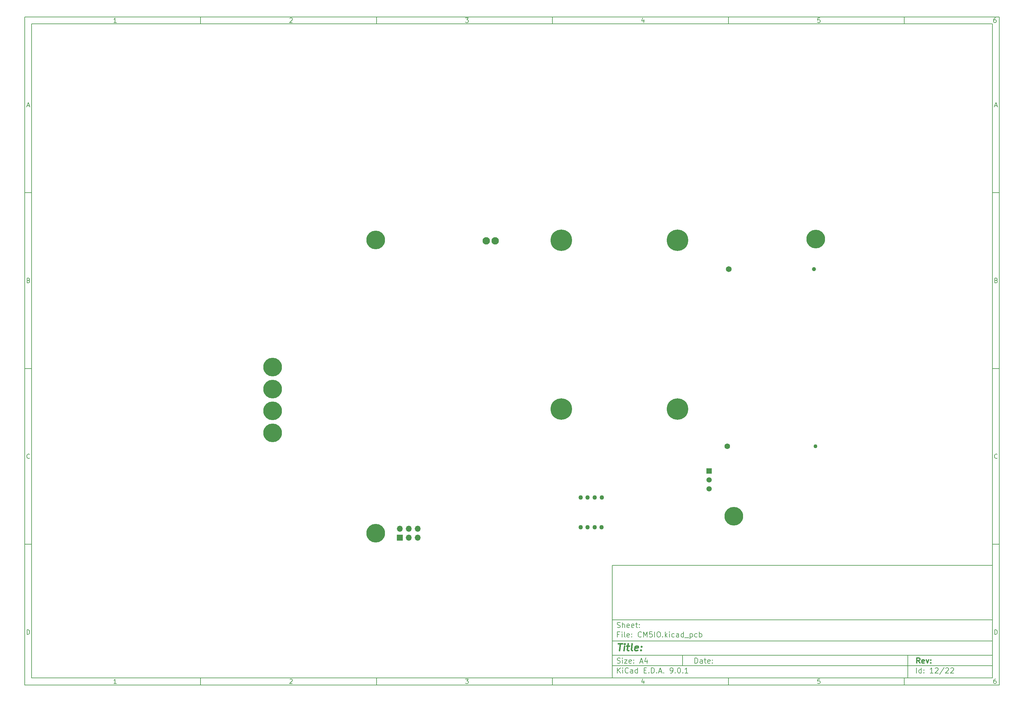
<source format=gbs>
G04 #@! TF.GenerationSoftware,KiCad,Pcbnew,9.0.1*
G04 #@! TF.CreationDate,2025-04-26T19:09:57-05:00*
G04 #@! TF.ProjectId,CM5IO,434d3549-4f2e-46b6-9963-61645f706362,rev?*
G04 #@! TF.SameCoordinates,Original*
G04 #@! TF.FileFunction,Soldermask,Bot*
G04 #@! TF.FilePolarity,Negative*
%FSLAX46Y46*%
G04 Gerber Fmt 4.6, Leading zero omitted, Abs format (unit mm)*
G04 Created by KiCad (PCBNEW 9.0.1) date 2025-04-26 19:09:57*
%MOMM*%
%LPD*%
G01*
G04 APERTURE LIST*
%ADD10C,0.100000*%
%ADD11C,0.150000*%
%ADD12C,0.300000*%
%ADD13C,0.400000*%
%ADD14C,1.150000*%
%ADD15C,1.650000*%
%ADD16C,1.100000*%
%ADD17C,1.600000*%
%ADD18C,5.300000*%
%ADD19C,2.100000*%
%ADD20R,1.700000X1.700000*%
%ADD21O,1.700000X1.700000*%
%ADD22R,1.500000X1.500000*%
%ADD23C,1.500000*%
%ADD24C,6.100000*%
%ADD25C,1.270000*%
G04 APERTURE END LIST*
D10*
D11*
X177002200Y-166007200D02*
X285002200Y-166007200D01*
X285002200Y-198007200D01*
X177002200Y-198007200D01*
X177002200Y-166007200D01*
D10*
D11*
X10000000Y-10000000D02*
X287002200Y-10000000D01*
X287002200Y-200007200D01*
X10000000Y-200007200D01*
X10000000Y-10000000D01*
D10*
D11*
X12000000Y-12000000D02*
X285002200Y-12000000D01*
X285002200Y-198007200D01*
X12000000Y-198007200D01*
X12000000Y-12000000D01*
D10*
D11*
X60000000Y-12000000D02*
X60000000Y-10000000D01*
D10*
D11*
X110000000Y-12000000D02*
X110000000Y-10000000D01*
D10*
D11*
X160000000Y-12000000D02*
X160000000Y-10000000D01*
D10*
D11*
X210000000Y-12000000D02*
X210000000Y-10000000D01*
D10*
D11*
X260000000Y-12000000D02*
X260000000Y-10000000D01*
D10*
D11*
X36089160Y-11593604D02*
X35346303Y-11593604D01*
X35717731Y-11593604D02*
X35717731Y-10293604D01*
X35717731Y-10293604D02*
X35593922Y-10479319D01*
X35593922Y-10479319D02*
X35470112Y-10603128D01*
X35470112Y-10603128D02*
X35346303Y-10665033D01*
D10*
D11*
X85346303Y-10417414D02*
X85408207Y-10355509D01*
X85408207Y-10355509D02*
X85532017Y-10293604D01*
X85532017Y-10293604D02*
X85841541Y-10293604D01*
X85841541Y-10293604D02*
X85965350Y-10355509D01*
X85965350Y-10355509D02*
X86027255Y-10417414D01*
X86027255Y-10417414D02*
X86089160Y-10541223D01*
X86089160Y-10541223D02*
X86089160Y-10665033D01*
X86089160Y-10665033D02*
X86027255Y-10850747D01*
X86027255Y-10850747D02*
X85284398Y-11593604D01*
X85284398Y-11593604D02*
X86089160Y-11593604D01*
D10*
D11*
X135284398Y-10293604D02*
X136089160Y-10293604D01*
X136089160Y-10293604D02*
X135655826Y-10788842D01*
X135655826Y-10788842D02*
X135841541Y-10788842D01*
X135841541Y-10788842D02*
X135965350Y-10850747D01*
X135965350Y-10850747D02*
X136027255Y-10912652D01*
X136027255Y-10912652D02*
X136089160Y-11036461D01*
X136089160Y-11036461D02*
X136089160Y-11345985D01*
X136089160Y-11345985D02*
X136027255Y-11469795D01*
X136027255Y-11469795D02*
X135965350Y-11531700D01*
X135965350Y-11531700D02*
X135841541Y-11593604D01*
X135841541Y-11593604D02*
X135470112Y-11593604D01*
X135470112Y-11593604D02*
X135346303Y-11531700D01*
X135346303Y-11531700D02*
X135284398Y-11469795D01*
D10*
D11*
X185965350Y-10726938D02*
X185965350Y-11593604D01*
X185655826Y-10231700D02*
X185346303Y-11160271D01*
X185346303Y-11160271D02*
X186151064Y-11160271D01*
D10*
D11*
X236027255Y-10293604D02*
X235408207Y-10293604D01*
X235408207Y-10293604D02*
X235346303Y-10912652D01*
X235346303Y-10912652D02*
X235408207Y-10850747D01*
X235408207Y-10850747D02*
X235532017Y-10788842D01*
X235532017Y-10788842D02*
X235841541Y-10788842D01*
X235841541Y-10788842D02*
X235965350Y-10850747D01*
X235965350Y-10850747D02*
X236027255Y-10912652D01*
X236027255Y-10912652D02*
X236089160Y-11036461D01*
X236089160Y-11036461D02*
X236089160Y-11345985D01*
X236089160Y-11345985D02*
X236027255Y-11469795D01*
X236027255Y-11469795D02*
X235965350Y-11531700D01*
X235965350Y-11531700D02*
X235841541Y-11593604D01*
X235841541Y-11593604D02*
X235532017Y-11593604D01*
X235532017Y-11593604D02*
X235408207Y-11531700D01*
X235408207Y-11531700D02*
X235346303Y-11469795D01*
D10*
D11*
X285965350Y-10293604D02*
X285717731Y-10293604D01*
X285717731Y-10293604D02*
X285593922Y-10355509D01*
X285593922Y-10355509D02*
X285532017Y-10417414D01*
X285532017Y-10417414D02*
X285408207Y-10603128D01*
X285408207Y-10603128D02*
X285346303Y-10850747D01*
X285346303Y-10850747D02*
X285346303Y-11345985D01*
X285346303Y-11345985D02*
X285408207Y-11469795D01*
X285408207Y-11469795D02*
X285470112Y-11531700D01*
X285470112Y-11531700D02*
X285593922Y-11593604D01*
X285593922Y-11593604D02*
X285841541Y-11593604D01*
X285841541Y-11593604D02*
X285965350Y-11531700D01*
X285965350Y-11531700D02*
X286027255Y-11469795D01*
X286027255Y-11469795D02*
X286089160Y-11345985D01*
X286089160Y-11345985D02*
X286089160Y-11036461D01*
X286089160Y-11036461D02*
X286027255Y-10912652D01*
X286027255Y-10912652D02*
X285965350Y-10850747D01*
X285965350Y-10850747D02*
X285841541Y-10788842D01*
X285841541Y-10788842D02*
X285593922Y-10788842D01*
X285593922Y-10788842D02*
X285470112Y-10850747D01*
X285470112Y-10850747D02*
X285408207Y-10912652D01*
X285408207Y-10912652D02*
X285346303Y-11036461D01*
D10*
D11*
X60000000Y-198007200D02*
X60000000Y-200007200D01*
D10*
D11*
X110000000Y-198007200D02*
X110000000Y-200007200D01*
D10*
D11*
X160000000Y-198007200D02*
X160000000Y-200007200D01*
D10*
D11*
X210000000Y-198007200D02*
X210000000Y-200007200D01*
D10*
D11*
X260000000Y-198007200D02*
X260000000Y-200007200D01*
D10*
D11*
X36089160Y-199600804D02*
X35346303Y-199600804D01*
X35717731Y-199600804D02*
X35717731Y-198300804D01*
X35717731Y-198300804D02*
X35593922Y-198486519D01*
X35593922Y-198486519D02*
X35470112Y-198610328D01*
X35470112Y-198610328D02*
X35346303Y-198672233D01*
D10*
D11*
X85346303Y-198424614D02*
X85408207Y-198362709D01*
X85408207Y-198362709D02*
X85532017Y-198300804D01*
X85532017Y-198300804D02*
X85841541Y-198300804D01*
X85841541Y-198300804D02*
X85965350Y-198362709D01*
X85965350Y-198362709D02*
X86027255Y-198424614D01*
X86027255Y-198424614D02*
X86089160Y-198548423D01*
X86089160Y-198548423D02*
X86089160Y-198672233D01*
X86089160Y-198672233D02*
X86027255Y-198857947D01*
X86027255Y-198857947D02*
X85284398Y-199600804D01*
X85284398Y-199600804D02*
X86089160Y-199600804D01*
D10*
D11*
X135284398Y-198300804D02*
X136089160Y-198300804D01*
X136089160Y-198300804D02*
X135655826Y-198796042D01*
X135655826Y-198796042D02*
X135841541Y-198796042D01*
X135841541Y-198796042D02*
X135965350Y-198857947D01*
X135965350Y-198857947D02*
X136027255Y-198919852D01*
X136027255Y-198919852D02*
X136089160Y-199043661D01*
X136089160Y-199043661D02*
X136089160Y-199353185D01*
X136089160Y-199353185D02*
X136027255Y-199476995D01*
X136027255Y-199476995D02*
X135965350Y-199538900D01*
X135965350Y-199538900D02*
X135841541Y-199600804D01*
X135841541Y-199600804D02*
X135470112Y-199600804D01*
X135470112Y-199600804D02*
X135346303Y-199538900D01*
X135346303Y-199538900D02*
X135284398Y-199476995D01*
D10*
D11*
X185965350Y-198734138D02*
X185965350Y-199600804D01*
X185655826Y-198238900D02*
X185346303Y-199167471D01*
X185346303Y-199167471D02*
X186151064Y-199167471D01*
D10*
D11*
X236027255Y-198300804D02*
X235408207Y-198300804D01*
X235408207Y-198300804D02*
X235346303Y-198919852D01*
X235346303Y-198919852D02*
X235408207Y-198857947D01*
X235408207Y-198857947D02*
X235532017Y-198796042D01*
X235532017Y-198796042D02*
X235841541Y-198796042D01*
X235841541Y-198796042D02*
X235965350Y-198857947D01*
X235965350Y-198857947D02*
X236027255Y-198919852D01*
X236027255Y-198919852D02*
X236089160Y-199043661D01*
X236089160Y-199043661D02*
X236089160Y-199353185D01*
X236089160Y-199353185D02*
X236027255Y-199476995D01*
X236027255Y-199476995D02*
X235965350Y-199538900D01*
X235965350Y-199538900D02*
X235841541Y-199600804D01*
X235841541Y-199600804D02*
X235532017Y-199600804D01*
X235532017Y-199600804D02*
X235408207Y-199538900D01*
X235408207Y-199538900D02*
X235346303Y-199476995D01*
D10*
D11*
X285965350Y-198300804D02*
X285717731Y-198300804D01*
X285717731Y-198300804D02*
X285593922Y-198362709D01*
X285593922Y-198362709D02*
X285532017Y-198424614D01*
X285532017Y-198424614D02*
X285408207Y-198610328D01*
X285408207Y-198610328D02*
X285346303Y-198857947D01*
X285346303Y-198857947D02*
X285346303Y-199353185D01*
X285346303Y-199353185D02*
X285408207Y-199476995D01*
X285408207Y-199476995D02*
X285470112Y-199538900D01*
X285470112Y-199538900D02*
X285593922Y-199600804D01*
X285593922Y-199600804D02*
X285841541Y-199600804D01*
X285841541Y-199600804D02*
X285965350Y-199538900D01*
X285965350Y-199538900D02*
X286027255Y-199476995D01*
X286027255Y-199476995D02*
X286089160Y-199353185D01*
X286089160Y-199353185D02*
X286089160Y-199043661D01*
X286089160Y-199043661D02*
X286027255Y-198919852D01*
X286027255Y-198919852D02*
X285965350Y-198857947D01*
X285965350Y-198857947D02*
X285841541Y-198796042D01*
X285841541Y-198796042D02*
X285593922Y-198796042D01*
X285593922Y-198796042D02*
X285470112Y-198857947D01*
X285470112Y-198857947D02*
X285408207Y-198919852D01*
X285408207Y-198919852D02*
X285346303Y-199043661D01*
D10*
D11*
X10000000Y-60000000D02*
X12000000Y-60000000D01*
D10*
D11*
X10000000Y-110000000D02*
X12000000Y-110000000D01*
D10*
D11*
X10000000Y-160000000D02*
X12000000Y-160000000D01*
D10*
D11*
X10690476Y-35222176D02*
X11309523Y-35222176D01*
X10566666Y-35593604D02*
X10999999Y-34293604D01*
X10999999Y-34293604D02*
X11433333Y-35593604D01*
D10*
D11*
X11092857Y-84912652D02*
X11278571Y-84974557D01*
X11278571Y-84974557D02*
X11340476Y-85036461D01*
X11340476Y-85036461D02*
X11402380Y-85160271D01*
X11402380Y-85160271D02*
X11402380Y-85345985D01*
X11402380Y-85345985D02*
X11340476Y-85469795D01*
X11340476Y-85469795D02*
X11278571Y-85531700D01*
X11278571Y-85531700D02*
X11154761Y-85593604D01*
X11154761Y-85593604D02*
X10659523Y-85593604D01*
X10659523Y-85593604D02*
X10659523Y-84293604D01*
X10659523Y-84293604D02*
X11092857Y-84293604D01*
X11092857Y-84293604D02*
X11216666Y-84355509D01*
X11216666Y-84355509D02*
X11278571Y-84417414D01*
X11278571Y-84417414D02*
X11340476Y-84541223D01*
X11340476Y-84541223D02*
X11340476Y-84665033D01*
X11340476Y-84665033D02*
X11278571Y-84788842D01*
X11278571Y-84788842D02*
X11216666Y-84850747D01*
X11216666Y-84850747D02*
X11092857Y-84912652D01*
X11092857Y-84912652D02*
X10659523Y-84912652D01*
D10*
D11*
X11402380Y-135469795D02*
X11340476Y-135531700D01*
X11340476Y-135531700D02*
X11154761Y-135593604D01*
X11154761Y-135593604D02*
X11030952Y-135593604D01*
X11030952Y-135593604D02*
X10845238Y-135531700D01*
X10845238Y-135531700D02*
X10721428Y-135407890D01*
X10721428Y-135407890D02*
X10659523Y-135284080D01*
X10659523Y-135284080D02*
X10597619Y-135036461D01*
X10597619Y-135036461D02*
X10597619Y-134850747D01*
X10597619Y-134850747D02*
X10659523Y-134603128D01*
X10659523Y-134603128D02*
X10721428Y-134479319D01*
X10721428Y-134479319D02*
X10845238Y-134355509D01*
X10845238Y-134355509D02*
X11030952Y-134293604D01*
X11030952Y-134293604D02*
X11154761Y-134293604D01*
X11154761Y-134293604D02*
X11340476Y-134355509D01*
X11340476Y-134355509D02*
X11402380Y-134417414D01*
D10*
D11*
X10659523Y-185593604D02*
X10659523Y-184293604D01*
X10659523Y-184293604D02*
X10969047Y-184293604D01*
X10969047Y-184293604D02*
X11154761Y-184355509D01*
X11154761Y-184355509D02*
X11278571Y-184479319D01*
X11278571Y-184479319D02*
X11340476Y-184603128D01*
X11340476Y-184603128D02*
X11402380Y-184850747D01*
X11402380Y-184850747D02*
X11402380Y-185036461D01*
X11402380Y-185036461D02*
X11340476Y-185284080D01*
X11340476Y-185284080D02*
X11278571Y-185407890D01*
X11278571Y-185407890D02*
X11154761Y-185531700D01*
X11154761Y-185531700D02*
X10969047Y-185593604D01*
X10969047Y-185593604D02*
X10659523Y-185593604D01*
D10*
D11*
X287002200Y-60000000D02*
X285002200Y-60000000D01*
D10*
D11*
X287002200Y-110000000D02*
X285002200Y-110000000D01*
D10*
D11*
X287002200Y-160000000D02*
X285002200Y-160000000D01*
D10*
D11*
X285692676Y-35222176D02*
X286311723Y-35222176D01*
X285568866Y-35593604D02*
X286002199Y-34293604D01*
X286002199Y-34293604D02*
X286435533Y-35593604D01*
D10*
D11*
X286095057Y-84912652D02*
X286280771Y-84974557D01*
X286280771Y-84974557D02*
X286342676Y-85036461D01*
X286342676Y-85036461D02*
X286404580Y-85160271D01*
X286404580Y-85160271D02*
X286404580Y-85345985D01*
X286404580Y-85345985D02*
X286342676Y-85469795D01*
X286342676Y-85469795D02*
X286280771Y-85531700D01*
X286280771Y-85531700D02*
X286156961Y-85593604D01*
X286156961Y-85593604D02*
X285661723Y-85593604D01*
X285661723Y-85593604D02*
X285661723Y-84293604D01*
X285661723Y-84293604D02*
X286095057Y-84293604D01*
X286095057Y-84293604D02*
X286218866Y-84355509D01*
X286218866Y-84355509D02*
X286280771Y-84417414D01*
X286280771Y-84417414D02*
X286342676Y-84541223D01*
X286342676Y-84541223D02*
X286342676Y-84665033D01*
X286342676Y-84665033D02*
X286280771Y-84788842D01*
X286280771Y-84788842D02*
X286218866Y-84850747D01*
X286218866Y-84850747D02*
X286095057Y-84912652D01*
X286095057Y-84912652D02*
X285661723Y-84912652D01*
D10*
D11*
X286404580Y-135469795D02*
X286342676Y-135531700D01*
X286342676Y-135531700D02*
X286156961Y-135593604D01*
X286156961Y-135593604D02*
X286033152Y-135593604D01*
X286033152Y-135593604D02*
X285847438Y-135531700D01*
X285847438Y-135531700D02*
X285723628Y-135407890D01*
X285723628Y-135407890D02*
X285661723Y-135284080D01*
X285661723Y-135284080D02*
X285599819Y-135036461D01*
X285599819Y-135036461D02*
X285599819Y-134850747D01*
X285599819Y-134850747D02*
X285661723Y-134603128D01*
X285661723Y-134603128D02*
X285723628Y-134479319D01*
X285723628Y-134479319D02*
X285847438Y-134355509D01*
X285847438Y-134355509D02*
X286033152Y-134293604D01*
X286033152Y-134293604D02*
X286156961Y-134293604D01*
X286156961Y-134293604D02*
X286342676Y-134355509D01*
X286342676Y-134355509D02*
X286404580Y-134417414D01*
D10*
D11*
X285661723Y-185593604D02*
X285661723Y-184293604D01*
X285661723Y-184293604D02*
X285971247Y-184293604D01*
X285971247Y-184293604D02*
X286156961Y-184355509D01*
X286156961Y-184355509D02*
X286280771Y-184479319D01*
X286280771Y-184479319D02*
X286342676Y-184603128D01*
X286342676Y-184603128D02*
X286404580Y-184850747D01*
X286404580Y-184850747D02*
X286404580Y-185036461D01*
X286404580Y-185036461D02*
X286342676Y-185284080D01*
X286342676Y-185284080D02*
X286280771Y-185407890D01*
X286280771Y-185407890D02*
X286156961Y-185531700D01*
X286156961Y-185531700D02*
X285971247Y-185593604D01*
X285971247Y-185593604D02*
X285661723Y-185593604D01*
D10*
D11*
X200458026Y-193793328D02*
X200458026Y-192293328D01*
X200458026Y-192293328D02*
X200815169Y-192293328D01*
X200815169Y-192293328D02*
X201029455Y-192364757D01*
X201029455Y-192364757D02*
X201172312Y-192507614D01*
X201172312Y-192507614D02*
X201243741Y-192650471D01*
X201243741Y-192650471D02*
X201315169Y-192936185D01*
X201315169Y-192936185D02*
X201315169Y-193150471D01*
X201315169Y-193150471D02*
X201243741Y-193436185D01*
X201243741Y-193436185D02*
X201172312Y-193579042D01*
X201172312Y-193579042D02*
X201029455Y-193721900D01*
X201029455Y-193721900D02*
X200815169Y-193793328D01*
X200815169Y-193793328D02*
X200458026Y-193793328D01*
X202600884Y-193793328D02*
X202600884Y-193007614D01*
X202600884Y-193007614D02*
X202529455Y-192864757D01*
X202529455Y-192864757D02*
X202386598Y-192793328D01*
X202386598Y-192793328D02*
X202100884Y-192793328D01*
X202100884Y-192793328D02*
X201958026Y-192864757D01*
X202600884Y-193721900D02*
X202458026Y-193793328D01*
X202458026Y-193793328D02*
X202100884Y-193793328D01*
X202100884Y-193793328D02*
X201958026Y-193721900D01*
X201958026Y-193721900D02*
X201886598Y-193579042D01*
X201886598Y-193579042D02*
X201886598Y-193436185D01*
X201886598Y-193436185D02*
X201958026Y-193293328D01*
X201958026Y-193293328D02*
X202100884Y-193221900D01*
X202100884Y-193221900D02*
X202458026Y-193221900D01*
X202458026Y-193221900D02*
X202600884Y-193150471D01*
X203100884Y-192793328D02*
X203672312Y-192793328D01*
X203315169Y-192293328D02*
X203315169Y-193579042D01*
X203315169Y-193579042D02*
X203386598Y-193721900D01*
X203386598Y-193721900D02*
X203529455Y-193793328D01*
X203529455Y-193793328D02*
X203672312Y-193793328D01*
X204743741Y-193721900D02*
X204600884Y-193793328D01*
X204600884Y-193793328D02*
X204315170Y-193793328D01*
X204315170Y-193793328D02*
X204172312Y-193721900D01*
X204172312Y-193721900D02*
X204100884Y-193579042D01*
X204100884Y-193579042D02*
X204100884Y-193007614D01*
X204100884Y-193007614D02*
X204172312Y-192864757D01*
X204172312Y-192864757D02*
X204315170Y-192793328D01*
X204315170Y-192793328D02*
X204600884Y-192793328D01*
X204600884Y-192793328D02*
X204743741Y-192864757D01*
X204743741Y-192864757D02*
X204815170Y-193007614D01*
X204815170Y-193007614D02*
X204815170Y-193150471D01*
X204815170Y-193150471D02*
X204100884Y-193293328D01*
X205458026Y-193650471D02*
X205529455Y-193721900D01*
X205529455Y-193721900D02*
X205458026Y-193793328D01*
X205458026Y-193793328D02*
X205386598Y-193721900D01*
X205386598Y-193721900D02*
X205458026Y-193650471D01*
X205458026Y-193650471D02*
X205458026Y-193793328D01*
X205458026Y-192864757D02*
X205529455Y-192936185D01*
X205529455Y-192936185D02*
X205458026Y-193007614D01*
X205458026Y-193007614D02*
X205386598Y-192936185D01*
X205386598Y-192936185D02*
X205458026Y-192864757D01*
X205458026Y-192864757D02*
X205458026Y-193007614D01*
D10*
D11*
X177002200Y-194507200D02*
X285002200Y-194507200D01*
D10*
D11*
X178458026Y-196593328D02*
X178458026Y-195093328D01*
X179315169Y-196593328D02*
X178672312Y-195736185D01*
X179315169Y-195093328D02*
X178458026Y-195950471D01*
X179958026Y-196593328D02*
X179958026Y-195593328D01*
X179958026Y-195093328D02*
X179886598Y-195164757D01*
X179886598Y-195164757D02*
X179958026Y-195236185D01*
X179958026Y-195236185D02*
X180029455Y-195164757D01*
X180029455Y-195164757D02*
X179958026Y-195093328D01*
X179958026Y-195093328D02*
X179958026Y-195236185D01*
X181529455Y-196450471D02*
X181458027Y-196521900D01*
X181458027Y-196521900D02*
X181243741Y-196593328D01*
X181243741Y-196593328D02*
X181100884Y-196593328D01*
X181100884Y-196593328D02*
X180886598Y-196521900D01*
X180886598Y-196521900D02*
X180743741Y-196379042D01*
X180743741Y-196379042D02*
X180672312Y-196236185D01*
X180672312Y-196236185D02*
X180600884Y-195950471D01*
X180600884Y-195950471D02*
X180600884Y-195736185D01*
X180600884Y-195736185D02*
X180672312Y-195450471D01*
X180672312Y-195450471D02*
X180743741Y-195307614D01*
X180743741Y-195307614D02*
X180886598Y-195164757D01*
X180886598Y-195164757D02*
X181100884Y-195093328D01*
X181100884Y-195093328D02*
X181243741Y-195093328D01*
X181243741Y-195093328D02*
X181458027Y-195164757D01*
X181458027Y-195164757D02*
X181529455Y-195236185D01*
X182815170Y-196593328D02*
X182815170Y-195807614D01*
X182815170Y-195807614D02*
X182743741Y-195664757D01*
X182743741Y-195664757D02*
X182600884Y-195593328D01*
X182600884Y-195593328D02*
X182315170Y-195593328D01*
X182315170Y-195593328D02*
X182172312Y-195664757D01*
X182815170Y-196521900D02*
X182672312Y-196593328D01*
X182672312Y-196593328D02*
X182315170Y-196593328D01*
X182315170Y-196593328D02*
X182172312Y-196521900D01*
X182172312Y-196521900D02*
X182100884Y-196379042D01*
X182100884Y-196379042D02*
X182100884Y-196236185D01*
X182100884Y-196236185D02*
X182172312Y-196093328D01*
X182172312Y-196093328D02*
X182315170Y-196021900D01*
X182315170Y-196021900D02*
X182672312Y-196021900D01*
X182672312Y-196021900D02*
X182815170Y-195950471D01*
X184172313Y-196593328D02*
X184172313Y-195093328D01*
X184172313Y-196521900D02*
X184029455Y-196593328D01*
X184029455Y-196593328D02*
X183743741Y-196593328D01*
X183743741Y-196593328D02*
X183600884Y-196521900D01*
X183600884Y-196521900D02*
X183529455Y-196450471D01*
X183529455Y-196450471D02*
X183458027Y-196307614D01*
X183458027Y-196307614D02*
X183458027Y-195879042D01*
X183458027Y-195879042D02*
X183529455Y-195736185D01*
X183529455Y-195736185D02*
X183600884Y-195664757D01*
X183600884Y-195664757D02*
X183743741Y-195593328D01*
X183743741Y-195593328D02*
X184029455Y-195593328D01*
X184029455Y-195593328D02*
X184172313Y-195664757D01*
X186029455Y-195807614D02*
X186529455Y-195807614D01*
X186743741Y-196593328D02*
X186029455Y-196593328D01*
X186029455Y-196593328D02*
X186029455Y-195093328D01*
X186029455Y-195093328D02*
X186743741Y-195093328D01*
X187386598Y-196450471D02*
X187458027Y-196521900D01*
X187458027Y-196521900D02*
X187386598Y-196593328D01*
X187386598Y-196593328D02*
X187315170Y-196521900D01*
X187315170Y-196521900D02*
X187386598Y-196450471D01*
X187386598Y-196450471D02*
X187386598Y-196593328D01*
X188100884Y-196593328D02*
X188100884Y-195093328D01*
X188100884Y-195093328D02*
X188458027Y-195093328D01*
X188458027Y-195093328D02*
X188672313Y-195164757D01*
X188672313Y-195164757D02*
X188815170Y-195307614D01*
X188815170Y-195307614D02*
X188886599Y-195450471D01*
X188886599Y-195450471D02*
X188958027Y-195736185D01*
X188958027Y-195736185D02*
X188958027Y-195950471D01*
X188958027Y-195950471D02*
X188886599Y-196236185D01*
X188886599Y-196236185D02*
X188815170Y-196379042D01*
X188815170Y-196379042D02*
X188672313Y-196521900D01*
X188672313Y-196521900D02*
X188458027Y-196593328D01*
X188458027Y-196593328D02*
X188100884Y-196593328D01*
X189600884Y-196450471D02*
X189672313Y-196521900D01*
X189672313Y-196521900D02*
X189600884Y-196593328D01*
X189600884Y-196593328D02*
X189529456Y-196521900D01*
X189529456Y-196521900D02*
X189600884Y-196450471D01*
X189600884Y-196450471D02*
X189600884Y-196593328D01*
X190243742Y-196164757D02*
X190958028Y-196164757D01*
X190100885Y-196593328D02*
X190600885Y-195093328D01*
X190600885Y-195093328D02*
X191100885Y-196593328D01*
X191600884Y-196450471D02*
X191672313Y-196521900D01*
X191672313Y-196521900D02*
X191600884Y-196593328D01*
X191600884Y-196593328D02*
X191529456Y-196521900D01*
X191529456Y-196521900D02*
X191600884Y-196450471D01*
X191600884Y-196450471D02*
X191600884Y-196593328D01*
X193529456Y-196593328D02*
X193815170Y-196593328D01*
X193815170Y-196593328D02*
X193958027Y-196521900D01*
X193958027Y-196521900D02*
X194029456Y-196450471D01*
X194029456Y-196450471D02*
X194172313Y-196236185D01*
X194172313Y-196236185D02*
X194243742Y-195950471D01*
X194243742Y-195950471D02*
X194243742Y-195379042D01*
X194243742Y-195379042D02*
X194172313Y-195236185D01*
X194172313Y-195236185D02*
X194100885Y-195164757D01*
X194100885Y-195164757D02*
X193958027Y-195093328D01*
X193958027Y-195093328D02*
X193672313Y-195093328D01*
X193672313Y-195093328D02*
X193529456Y-195164757D01*
X193529456Y-195164757D02*
X193458027Y-195236185D01*
X193458027Y-195236185D02*
X193386599Y-195379042D01*
X193386599Y-195379042D02*
X193386599Y-195736185D01*
X193386599Y-195736185D02*
X193458027Y-195879042D01*
X193458027Y-195879042D02*
X193529456Y-195950471D01*
X193529456Y-195950471D02*
X193672313Y-196021900D01*
X193672313Y-196021900D02*
X193958027Y-196021900D01*
X193958027Y-196021900D02*
X194100885Y-195950471D01*
X194100885Y-195950471D02*
X194172313Y-195879042D01*
X194172313Y-195879042D02*
X194243742Y-195736185D01*
X194886598Y-196450471D02*
X194958027Y-196521900D01*
X194958027Y-196521900D02*
X194886598Y-196593328D01*
X194886598Y-196593328D02*
X194815170Y-196521900D01*
X194815170Y-196521900D02*
X194886598Y-196450471D01*
X194886598Y-196450471D02*
X194886598Y-196593328D01*
X195886599Y-195093328D02*
X196029456Y-195093328D01*
X196029456Y-195093328D02*
X196172313Y-195164757D01*
X196172313Y-195164757D02*
X196243742Y-195236185D01*
X196243742Y-195236185D02*
X196315170Y-195379042D01*
X196315170Y-195379042D02*
X196386599Y-195664757D01*
X196386599Y-195664757D02*
X196386599Y-196021900D01*
X196386599Y-196021900D02*
X196315170Y-196307614D01*
X196315170Y-196307614D02*
X196243742Y-196450471D01*
X196243742Y-196450471D02*
X196172313Y-196521900D01*
X196172313Y-196521900D02*
X196029456Y-196593328D01*
X196029456Y-196593328D02*
X195886599Y-196593328D01*
X195886599Y-196593328D02*
X195743742Y-196521900D01*
X195743742Y-196521900D02*
X195672313Y-196450471D01*
X195672313Y-196450471D02*
X195600884Y-196307614D01*
X195600884Y-196307614D02*
X195529456Y-196021900D01*
X195529456Y-196021900D02*
X195529456Y-195664757D01*
X195529456Y-195664757D02*
X195600884Y-195379042D01*
X195600884Y-195379042D02*
X195672313Y-195236185D01*
X195672313Y-195236185D02*
X195743742Y-195164757D01*
X195743742Y-195164757D02*
X195886599Y-195093328D01*
X197029455Y-196450471D02*
X197100884Y-196521900D01*
X197100884Y-196521900D02*
X197029455Y-196593328D01*
X197029455Y-196593328D02*
X196958027Y-196521900D01*
X196958027Y-196521900D02*
X197029455Y-196450471D01*
X197029455Y-196450471D02*
X197029455Y-196593328D01*
X198529456Y-196593328D02*
X197672313Y-196593328D01*
X198100884Y-196593328D02*
X198100884Y-195093328D01*
X198100884Y-195093328D02*
X197958027Y-195307614D01*
X197958027Y-195307614D02*
X197815170Y-195450471D01*
X197815170Y-195450471D02*
X197672313Y-195521900D01*
D10*
D11*
X177002200Y-191507200D02*
X285002200Y-191507200D01*
D10*
D12*
X264413853Y-193785528D02*
X263913853Y-193071242D01*
X263556710Y-193785528D02*
X263556710Y-192285528D01*
X263556710Y-192285528D02*
X264128139Y-192285528D01*
X264128139Y-192285528D02*
X264270996Y-192356957D01*
X264270996Y-192356957D02*
X264342425Y-192428385D01*
X264342425Y-192428385D02*
X264413853Y-192571242D01*
X264413853Y-192571242D02*
X264413853Y-192785528D01*
X264413853Y-192785528D02*
X264342425Y-192928385D01*
X264342425Y-192928385D02*
X264270996Y-192999814D01*
X264270996Y-192999814D02*
X264128139Y-193071242D01*
X264128139Y-193071242D02*
X263556710Y-193071242D01*
X265628139Y-193714100D02*
X265485282Y-193785528D01*
X265485282Y-193785528D02*
X265199568Y-193785528D01*
X265199568Y-193785528D02*
X265056710Y-193714100D01*
X265056710Y-193714100D02*
X264985282Y-193571242D01*
X264985282Y-193571242D02*
X264985282Y-192999814D01*
X264985282Y-192999814D02*
X265056710Y-192856957D01*
X265056710Y-192856957D02*
X265199568Y-192785528D01*
X265199568Y-192785528D02*
X265485282Y-192785528D01*
X265485282Y-192785528D02*
X265628139Y-192856957D01*
X265628139Y-192856957D02*
X265699568Y-192999814D01*
X265699568Y-192999814D02*
X265699568Y-193142671D01*
X265699568Y-193142671D02*
X264985282Y-193285528D01*
X266199567Y-192785528D02*
X266556710Y-193785528D01*
X266556710Y-193785528D02*
X266913853Y-192785528D01*
X267485281Y-193642671D02*
X267556710Y-193714100D01*
X267556710Y-193714100D02*
X267485281Y-193785528D01*
X267485281Y-193785528D02*
X267413853Y-193714100D01*
X267413853Y-193714100D02*
X267485281Y-193642671D01*
X267485281Y-193642671D02*
X267485281Y-193785528D01*
X267485281Y-192856957D02*
X267556710Y-192928385D01*
X267556710Y-192928385D02*
X267485281Y-192999814D01*
X267485281Y-192999814D02*
X267413853Y-192928385D01*
X267413853Y-192928385D02*
X267485281Y-192856957D01*
X267485281Y-192856957D02*
X267485281Y-192999814D01*
D10*
D11*
X178386598Y-193721900D02*
X178600884Y-193793328D01*
X178600884Y-193793328D02*
X178958026Y-193793328D01*
X178958026Y-193793328D02*
X179100884Y-193721900D01*
X179100884Y-193721900D02*
X179172312Y-193650471D01*
X179172312Y-193650471D02*
X179243741Y-193507614D01*
X179243741Y-193507614D02*
X179243741Y-193364757D01*
X179243741Y-193364757D02*
X179172312Y-193221900D01*
X179172312Y-193221900D02*
X179100884Y-193150471D01*
X179100884Y-193150471D02*
X178958026Y-193079042D01*
X178958026Y-193079042D02*
X178672312Y-193007614D01*
X178672312Y-193007614D02*
X178529455Y-192936185D01*
X178529455Y-192936185D02*
X178458026Y-192864757D01*
X178458026Y-192864757D02*
X178386598Y-192721900D01*
X178386598Y-192721900D02*
X178386598Y-192579042D01*
X178386598Y-192579042D02*
X178458026Y-192436185D01*
X178458026Y-192436185D02*
X178529455Y-192364757D01*
X178529455Y-192364757D02*
X178672312Y-192293328D01*
X178672312Y-192293328D02*
X179029455Y-192293328D01*
X179029455Y-192293328D02*
X179243741Y-192364757D01*
X179886597Y-193793328D02*
X179886597Y-192793328D01*
X179886597Y-192293328D02*
X179815169Y-192364757D01*
X179815169Y-192364757D02*
X179886597Y-192436185D01*
X179886597Y-192436185D02*
X179958026Y-192364757D01*
X179958026Y-192364757D02*
X179886597Y-192293328D01*
X179886597Y-192293328D02*
X179886597Y-192436185D01*
X180458026Y-192793328D02*
X181243741Y-192793328D01*
X181243741Y-192793328D02*
X180458026Y-193793328D01*
X180458026Y-193793328D02*
X181243741Y-193793328D01*
X182386598Y-193721900D02*
X182243741Y-193793328D01*
X182243741Y-193793328D02*
X181958027Y-193793328D01*
X181958027Y-193793328D02*
X181815169Y-193721900D01*
X181815169Y-193721900D02*
X181743741Y-193579042D01*
X181743741Y-193579042D02*
X181743741Y-193007614D01*
X181743741Y-193007614D02*
X181815169Y-192864757D01*
X181815169Y-192864757D02*
X181958027Y-192793328D01*
X181958027Y-192793328D02*
X182243741Y-192793328D01*
X182243741Y-192793328D02*
X182386598Y-192864757D01*
X182386598Y-192864757D02*
X182458027Y-193007614D01*
X182458027Y-193007614D02*
X182458027Y-193150471D01*
X182458027Y-193150471D02*
X181743741Y-193293328D01*
X183100883Y-193650471D02*
X183172312Y-193721900D01*
X183172312Y-193721900D02*
X183100883Y-193793328D01*
X183100883Y-193793328D02*
X183029455Y-193721900D01*
X183029455Y-193721900D02*
X183100883Y-193650471D01*
X183100883Y-193650471D02*
X183100883Y-193793328D01*
X183100883Y-192864757D02*
X183172312Y-192936185D01*
X183172312Y-192936185D02*
X183100883Y-193007614D01*
X183100883Y-193007614D02*
X183029455Y-192936185D01*
X183029455Y-192936185D02*
X183100883Y-192864757D01*
X183100883Y-192864757D02*
X183100883Y-193007614D01*
X184886598Y-193364757D02*
X185600884Y-193364757D01*
X184743741Y-193793328D02*
X185243741Y-192293328D01*
X185243741Y-192293328D02*
X185743741Y-193793328D01*
X186886598Y-192793328D02*
X186886598Y-193793328D01*
X186529455Y-192221900D02*
X186172312Y-193293328D01*
X186172312Y-193293328D02*
X187100883Y-193293328D01*
D10*
D11*
X263458026Y-196593328D02*
X263458026Y-195093328D01*
X264815170Y-196593328D02*
X264815170Y-195093328D01*
X264815170Y-196521900D02*
X264672312Y-196593328D01*
X264672312Y-196593328D02*
X264386598Y-196593328D01*
X264386598Y-196593328D02*
X264243741Y-196521900D01*
X264243741Y-196521900D02*
X264172312Y-196450471D01*
X264172312Y-196450471D02*
X264100884Y-196307614D01*
X264100884Y-196307614D02*
X264100884Y-195879042D01*
X264100884Y-195879042D02*
X264172312Y-195736185D01*
X264172312Y-195736185D02*
X264243741Y-195664757D01*
X264243741Y-195664757D02*
X264386598Y-195593328D01*
X264386598Y-195593328D02*
X264672312Y-195593328D01*
X264672312Y-195593328D02*
X264815170Y-195664757D01*
X265529455Y-196450471D02*
X265600884Y-196521900D01*
X265600884Y-196521900D02*
X265529455Y-196593328D01*
X265529455Y-196593328D02*
X265458027Y-196521900D01*
X265458027Y-196521900D02*
X265529455Y-196450471D01*
X265529455Y-196450471D02*
X265529455Y-196593328D01*
X265529455Y-195664757D02*
X265600884Y-195736185D01*
X265600884Y-195736185D02*
X265529455Y-195807614D01*
X265529455Y-195807614D02*
X265458027Y-195736185D01*
X265458027Y-195736185D02*
X265529455Y-195664757D01*
X265529455Y-195664757D02*
X265529455Y-195807614D01*
X268172313Y-196593328D02*
X267315170Y-196593328D01*
X267743741Y-196593328D02*
X267743741Y-195093328D01*
X267743741Y-195093328D02*
X267600884Y-195307614D01*
X267600884Y-195307614D02*
X267458027Y-195450471D01*
X267458027Y-195450471D02*
X267315170Y-195521900D01*
X268743741Y-195236185D02*
X268815169Y-195164757D01*
X268815169Y-195164757D02*
X268958027Y-195093328D01*
X268958027Y-195093328D02*
X269315169Y-195093328D01*
X269315169Y-195093328D02*
X269458027Y-195164757D01*
X269458027Y-195164757D02*
X269529455Y-195236185D01*
X269529455Y-195236185D02*
X269600884Y-195379042D01*
X269600884Y-195379042D02*
X269600884Y-195521900D01*
X269600884Y-195521900D02*
X269529455Y-195736185D01*
X269529455Y-195736185D02*
X268672312Y-196593328D01*
X268672312Y-196593328D02*
X269600884Y-196593328D01*
X271315169Y-195021900D02*
X270029455Y-196950471D01*
X271743741Y-195236185D02*
X271815169Y-195164757D01*
X271815169Y-195164757D02*
X271958027Y-195093328D01*
X271958027Y-195093328D02*
X272315169Y-195093328D01*
X272315169Y-195093328D02*
X272458027Y-195164757D01*
X272458027Y-195164757D02*
X272529455Y-195236185D01*
X272529455Y-195236185D02*
X272600884Y-195379042D01*
X272600884Y-195379042D02*
X272600884Y-195521900D01*
X272600884Y-195521900D02*
X272529455Y-195736185D01*
X272529455Y-195736185D02*
X271672312Y-196593328D01*
X271672312Y-196593328D02*
X272600884Y-196593328D01*
X273172312Y-195236185D02*
X273243740Y-195164757D01*
X273243740Y-195164757D02*
X273386598Y-195093328D01*
X273386598Y-195093328D02*
X273743740Y-195093328D01*
X273743740Y-195093328D02*
X273886598Y-195164757D01*
X273886598Y-195164757D02*
X273958026Y-195236185D01*
X273958026Y-195236185D02*
X274029455Y-195379042D01*
X274029455Y-195379042D02*
X274029455Y-195521900D01*
X274029455Y-195521900D02*
X273958026Y-195736185D01*
X273958026Y-195736185D02*
X273100883Y-196593328D01*
X273100883Y-196593328D02*
X274029455Y-196593328D01*
D10*
D11*
X177002200Y-187507200D02*
X285002200Y-187507200D01*
D10*
D13*
X178693928Y-188211638D02*
X179836785Y-188211638D01*
X179015357Y-190211638D02*
X179265357Y-188211638D01*
X180253452Y-190211638D02*
X180420119Y-188878304D01*
X180503452Y-188211638D02*
X180396309Y-188306876D01*
X180396309Y-188306876D02*
X180479643Y-188402114D01*
X180479643Y-188402114D02*
X180586786Y-188306876D01*
X180586786Y-188306876D02*
X180503452Y-188211638D01*
X180503452Y-188211638D02*
X180479643Y-188402114D01*
X181086786Y-188878304D02*
X181848690Y-188878304D01*
X181455833Y-188211638D02*
X181241548Y-189925923D01*
X181241548Y-189925923D02*
X181312976Y-190116400D01*
X181312976Y-190116400D02*
X181491548Y-190211638D01*
X181491548Y-190211638D02*
X181682024Y-190211638D01*
X182634405Y-190211638D02*
X182455833Y-190116400D01*
X182455833Y-190116400D02*
X182384405Y-189925923D01*
X182384405Y-189925923D02*
X182598690Y-188211638D01*
X184170119Y-190116400D02*
X183967738Y-190211638D01*
X183967738Y-190211638D02*
X183586785Y-190211638D01*
X183586785Y-190211638D02*
X183408214Y-190116400D01*
X183408214Y-190116400D02*
X183336785Y-189925923D01*
X183336785Y-189925923D02*
X183432024Y-189164019D01*
X183432024Y-189164019D02*
X183551071Y-188973542D01*
X183551071Y-188973542D02*
X183753452Y-188878304D01*
X183753452Y-188878304D02*
X184134404Y-188878304D01*
X184134404Y-188878304D02*
X184312976Y-188973542D01*
X184312976Y-188973542D02*
X184384404Y-189164019D01*
X184384404Y-189164019D02*
X184360595Y-189354495D01*
X184360595Y-189354495D02*
X183384404Y-189544971D01*
X185134405Y-190021161D02*
X185217738Y-190116400D01*
X185217738Y-190116400D02*
X185110595Y-190211638D01*
X185110595Y-190211638D02*
X185027262Y-190116400D01*
X185027262Y-190116400D02*
X185134405Y-190021161D01*
X185134405Y-190021161D02*
X185110595Y-190211638D01*
X185265357Y-188973542D02*
X185348690Y-189068780D01*
X185348690Y-189068780D02*
X185241548Y-189164019D01*
X185241548Y-189164019D02*
X185158214Y-189068780D01*
X185158214Y-189068780D02*
X185265357Y-188973542D01*
X185265357Y-188973542D02*
X185241548Y-189164019D01*
D10*
D11*
X178958026Y-185607614D02*
X178458026Y-185607614D01*
X178458026Y-186393328D02*
X178458026Y-184893328D01*
X178458026Y-184893328D02*
X179172312Y-184893328D01*
X179743740Y-186393328D02*
X179743740Y-185393328D01*
X179743740Y-184893328D02*
X179672312Y-184964757D01*
X179672312Y-184964757D02*
X179743740Y-185036185D01*
X179743740Y-185036185D02*
X179815169Y-184964757D01*
X179815169Y-184964757D02*
X179743740Y-184893328D01*
X179743740Y-184893328D02*
X179743740Y-185036185D01*
X180672312Y-186393328D02*
X180529455Y-186321900D01*
X180529455Y-186321900D02*
X180458026Y-186179042D01*
X180458026Y-186179042D02*
X180458026Y-184893328D01*
X181815169Y-186321900D02*
X181672312Y-186393328D01*
X181672312Y-186393328D02*
X181386598Y-186393328D01*
X181386598Y-186393328D02*
X181243740Y-186321900D01*
X181243740Y-186321900D02*
X181172312Y-186179042D01*
X181172312Y-186179042D02*
X181172312Y-185607614D01*
X181172312Y-185607614D02*
X181243740Y-185464757D01*
X181243740Y-185464757D02*
X181386598Y-185393328D01*
X181386598Y-185393328D02*
X181672312Y-185393328D01*
X181672312Y-185393328D02*
X181815169Y-185464757D01*
X181815169Y-185464757D02*
X181886598Y-185607614D01*
X181886598Y-185607614D02*
X181886598Y-185750471D01*
X181886598Y-185750471D02*
X181172312Y-185893328D01*
X182529454Y-186250471D02*
X182600883Y-186321900D01*
X182600883Y-186321900D02*
X182529454Y-186393328D01*
X182529454Y-186393328D02*
X182458026Y-186321900D01*
X182458026Y-186321900D02*
X182529454Y-186250471D01*
X182529454Y-186250471D02*
X182529454Y-186393328D01*
X182529454Y-185464757D02*
X182600883Y-185536185D01*
X182600883Y-185536185D02*
X182529454Y-185607614D01*
X182529454Y-185607614D02*
X182458026Y-185536185D01*
X182458026Y-185536185D02*
X182529454Y-185464757D01*
X182529454Y-185464757D02*
X182529454Y-185607614D01*
X185243740Y-186250471D02*
X185172312Y-186321900D01*
X185172312Y-186321900D02*
X184958026Y-186393328D01*
X184958026Y-186393328D02*
X184815169Y-186393328D01*
X184815169Y-186393328D02*
X184600883Y-186321900D01*
X184600883Y-186321900D02*
X184458026Y-186179042D01*
X184458026Y-186179042D02*
X184386597Y-186036185D01*
X184386597Y-186036185D02*
X184315169Y-185750471D01*
X184315169Y-185750471D02*
X184315169Y-185536185D01*
X184315169Y-185536185D02*
X184386597Y-185250471D01*
X184386597Y-185250471D02*
X184458026Y-185107614D01*
X184458026Y-185107614D02*
X184600883Y-184964757D01*
X184600883Y-184964757D02*
X184815169Y-184893328D01*
X184815169Y-184893328D02*
X184958026Y-184893328D01*
X184958026Y-184893328D02*
X185172312Y-184964757D01*
X185172312Y-184964757D02*
X185243740Y-185036185D01*
X185886597Y-186393328D02*
X185886597Y-184893328D01*
X185886597Y-184893328D02*
X186386597Y-185964757D01*
X186386597Y-185964757D02*
X186886597Y-184893328D01*
X186886597Y-184893328D02*
X186886597Y-186393328D01*
X188315169Y-184893328D02*
X187600883Y-184893328D01*
X187600883Y-184893328D02*
X187529455Y-185607614D01*
X187529455Y-185607614D02*
X187600883Y-185536185D01*
X187600883Y-185536185D02*
X187743741Y-185464757D01*
X187743741Y-185464757D02*
X188100883Y-185464757D01*
X188100883Y-185464757D02*
X188243741Y-185536185D01*
X188243741Y-185536185D02*
X188315169Y-185607614D01*
X188315169Y-185607614D02*
X188386598Y-185750471D01*
X188386598Y-185750471D02*
X188386598Y-186107614D01*
X188386598Y-186107614D02*
X188315169Y-186250471D01*
X188315169Y-186250471D02*
X188243741Y-186321900D01*
X188243741Y-186321900D02*
X188100883Y-186393328D01*
X188100883Y-186393328D02*
X187743741Y-186393328D01*
X187743741Y-186393328D02*
X187600883Y-186321900D01*
X187600883Y-186321900D02*
X187529455Y-186250471D01*
X189029454Y-186393328D02*
X189029454Y-184893328D01*
X190029455Y-184893328D02*
X190315169Y-184893328D01*
X190315169Y-184893328D02*
X190458026Y-184964757D01*
X190458026Y-184964757D02*
X190600883Y-185107614D01*
X190600883Y-185107614D02*
X190672312Y-185393328D01*
X190672312Y-185393328D02*
X190672312Y-185893328D01*
X190672312Y-185893328D02*
X190600883Y-186179042D01*
X190600883Y-186179042D02*
X190458026Y-186321900D01*
X190458026Y-186321900D02*
X190315169Y-186393328D01*
X190315169Y-186393328D02*
X190029455Y-186393328D01*
X190029455Y-186393328D02*
X189886598Y-186321900D01*
X189886598Y-186321900D02*
X189743740Y-186179042D01*
X189743740Y-186179042D02*
X189672312Y-185893328D01*
X189672312Y-185893328D02*
X189672312Y-185393328D01*
X189672312Y-185393328D02*
X189743740Y-185107614D01*
X189743740Y-185107614D02*
X189886598Y-184964757D01*
X189886598Y-184964757D02*
X190029455Y-184893328D01*
X191315169Y-186250471D02*
X191386598Y-186321900D01*
X191386598Y-186321900D02*
X191315169Y-186393328D01*
X191315169Y-186393328D02*
X191243741Y-186321900D01*
X191243741Y-186321900D02*
X191315169Y-186250471D01*
X191315169Y-186250471D02*
X191315169Y-186393328D01*
X192029455Y-186393328D02*
X192029455Y-184893328D01*
X192172313Y-185821900D02*
X192600884Y-186393328D01*
X192600884Y-185393328D02*
X192029455Y-185964757D01*
X193243741Y-186393328D02*
X193243741Y-185393328D01*
X193243741Y-184893328D02*
X193172313Y-184964757D01*
X193172313Y-184964757D02*
X193243741Y-185036185D01*
X193243741Y-185036185D02*
X193315170Y-184964757D01*
X193315170Y-184964757D02*
X193243741Y-184893328D01*
X193243741Y-184893328D02*
X193243741Y-185036185D01*
X194600885Y-186321900D02*
X194458027Y-186393328D01*
X194458027Y-186393328D02*
X194172313Y-186393328D01*
X194172313Y-186393328D02*
X194029456Y-186321900D01*
X194029456Y-186321900D02*
X193958027Y-186250471D01*
X193958027Y-186250471D02*
X193886599Y-186107614D01*
X193886599Y-186107614D02*
X193886599Y-185679042D01*
X193886599Y-185679042D02*
X193958027Y-185536185D01*
X193958027Y-185536185D02*
X194029456Y-185464757D01*
X194029456Y-185464757D02*
X194172313Y-185393328D01*
X194172313Y-185393328D02*
X194458027Y-185393328D01*
X194458027Y-185393328D02*
X194600885Y-185464757D01*
X195886599Y-186393328D02*
X195886599Y-185607614D01*
X195886599Y-185607614D02*
X195815170Y-185464757D01*
X195815170Y-185464757D02*
X195672313Y-185393328D01*
X195672313Y-185393328D02*
X195386599Y-185393328D01*
X195386599Y-185393328D02*
X195243741Y-185464757D01*
X195886599Y-186321900D02*
X195743741Y-186393328D01*
X195743741Y-186393328D02*
X195386599Y-186393328D01*
X195386599Y-186393328D02*
X195243741Y-186321900D01*
X195243741Y-186321900D02*
X195172313Y-186179042D01*
X195172313Y-186179042D02*
X195172313Y-186036185D01*
X195172313Y-186036185D02*
X195243741Y-185893328D01*
X195243741Y-185893328D02*
X195386599Y-185821900D01*
X195386599Y-185821900D02*
X195743741Y-185821900D01*
X195743741Y-185821900D02*
X195886599Y-185750471D01*
X197243742Y-186393328D02*
X197243742Y-184893328D01*
X197243742Y-186321900D02*
X197100884Y-186393328D01*
X197100884Y-186393328D02*
X196815170Y-186393328D01*
X196815170Y-186393328D02*
X196672313Y-186321900D01*
X196672313Y-186321900D02*
X196600884Y-186250471D01*
X196600884Y-186250471D02*
X196529456Y-186107614D01*
X196529456Y-186107614D02*
X196529456Y-185679042D01*
X196529456Y-185679042D02*
X196600884Y-185536185D01*
X196600884Y-185536185D02*
X196672313Y-185464757D01*
X196672313Y-185464757D02*
X196815170Y-185393328D01*
X196815170Y-185393328D02*
X197100884Y-185393328D01*
X197100884Y-185393328D02*
X197243742Y-185464757D01*
X197600885Y-186536185D02*
X198743742Y-186536185D01*
X199100884Y-185393328D02*
X199100884Y-186893328D01*
X199100884Y-185464757D02*
X199243742Y-185393328D01*
X199243742Y-185393328D02*
X199529456Y-185393328D01*
X199529456Y-185393328D02*
X199672313Y-185464757D01*
X199672313Y-185464757D02*
X199743742Y-185536185D01*
X199743742Y-185536185D02*
X199815170Y-185679042D01*
X199815170Y-185679042D02*
X199815170Y-186107614D01*
X199815170Y-186107614D02*
X199743742Y-186250471D01*
X199743742Y-186250471D02*
X199672313Y-186321900D01*
X199672313Y-186321900D02*
X199529456Y-186393328D01*
X199529456Y-186393328D02*
X199243742Y-186393328D01*
X199243742Y-186393328D02*
X199100884Y-186321900D01*
X201100885Y-186321900D02*
X200958027Y-186393328D01*
X200958027Y-186393328D02*
X200672313Y-186393328D01*
X200672313Y-186393328D02*
X200529456Y-186321900D01*
X200529456Y-186321900D02*
X200458027Y-186250471D01*
X200458027Y-186250471D02*
X200386599Y-186107614D01*
X200386599Y-186107614D02*
X200386599Y-185679042D01*
X200386599Y-185679042D02*
X200458027Y-185536185D01*
X200458027Y-185536185D02*
X200529456Y-185464757D01*
X200529456Y-185464757D02*
X200672313Y-185393328D01*
X200672313Y-185393328D02*
X200958027Y-185393328D01*
X200958027Y-185393328D02*
X201100885Y-185464757D01*
X201743741Y-186393328D02*
X201743741Y-184893328D01*
X201743741Y-185464757D02*
X201886599Y-185393328D01*
X201886599Y-185393328D02*
X202172313Y-185393328D01*
X202172313Y-185393328D02*
X202315170Y-185464757D01*
X202315170Y-185464757D02*
X202386599Y-185536185D01*
X202386599Y-185536185D02*
X202458027Y-185679042D01*
X202458027Y-185679042D02*
X202458027Y-186107614D01*
X202458027Y-186107614D02*
X202386599Y-186250471D01*
X202386599Y-186250471D02*
X202315170Y-186321900D01*
X202315170Y-186321900D02*
X202172313Y-186393328D01*
X202172313Y-186393328D02*
X201886599Y-186393328D01*
X201886599Y-186393328D02*
X201743741Y-186321900D01*
D10*
D11*
X177002200Y-181507200D02*
X285002200Y-181507200D01*
D10*
D11*
X178386598Y-183621900D02*
X178600884Y-183693328D01*
X178600884Y-183693328D02*
X178958026Y-183693328D01*
X178958026Y-183693328D02*
X179100884Y-183621900D01*
X179100884Y-183621900D02*
X179172312Y-183550471D01*
X179172312Y-183550471D02*
X179243741Y-183407614D01*
X179243741Y-183407614D02*
X179243741Y-183264757D01*
X179243741Y-183264757D02*
X179172312Y-183121900D01*
X179172312Y-183121900D02*
X179100884Y-183050471D01*
X179100884Y-183050471D02*
X178958026Y-182979042D01*
X178958026Y-182979042D02*
X178672312Y-182907614D01*
X178672312Y-182907614D02*
X178529455Y-182836185D01*
X178529455Y-182836185D02*
X178458026Y-182764757D01*
X178458026Y-182764757D02*
X178386598Y-182621900D01*
X178386598Y-182621900D02*
X178386598Y-182479042D01*
X178386598Y-182479042D02*
X178458026Y-182336185D01*
X178458026Y-182336185D02*
X178529455Y-182264757D01*
X178529455Y-182264757D02*
X178672312Y-182193328D01*
X178672312Y-182193328D02*
X179029455Y-182193328D01*
X179029455Y-182193328D02*
X179243741Y-182264757D01*
X179886597Y-183693328D02*
X179886597Y-182193328D01*
X180529455Y-183693328D02*
X180529455Y-182907614D01*
X180529455Y-182907614D02*
X180458026Y-182764757D01*
X180458026Y-182764757D02*
X180315169Y-182693328D01*
X180315169Y-182693328D02*
X180100883Y-182693328D01*
X180100883Y-182693328D02*
X179958026Y-182764757D01*
X179958026Y-182764757D02*
X179886597Y-182836185D01*
X181815169Y-183621900D02*
X181672312Y-183693328D01*
X181672312Y-183693328D02*
X181386598Y-183693328D01*
X181386598Y-183693328D02*
X181243740Y-183621900D01*
X181243740Y-183621900D02*
X181172312Y-183479042D01*
X181172312Y-183479042D02*
X181172312Y-182907614D01*
X181172312Y-182907614D02*
X181243740Y-182764757D01*
X181243740Y-182764757D02*
X181386598Y-182693328D01*
X181386598Y-182693328D02*
X181672312Y-182693328D01*
X181672312Y-182693328D02*
X181815169Y-182764757D01*
X181815169Y-182764757D02*
X181886598Y-182907614D01*
X181886598Y-182907614D02*
X181886598Y-183050471D01*
X181886598Y-183050471D02*
X181172312Y-183193328D01*
X183100883Y-183621900D02*
X182958026Y-183693328D01*
X182958026Y-183693328D02*
X182672312Y-183693328D01*
X182672312Y-183693328D02*
X182529454Y-183621900D01*
X182529454Y-183621900D02*
X182458026Y-183479042D01*
X182458026Y-183479042D02*
X182458026Y-182907614D01*
X182458026Y-182907614D02*
X182529454Y-182764757D01*
X182529454Y-182764757D02*
X182672312Y-182693328D01*
X182672312Y-182693328D02*
X182958026Y-182693328D01*
X182958026Y-182693328D02*
X183100883Y-182764757D01*
X183100883Y-182764757D02*
X183172312Y-182907614D01*
X183172312Y-182907614D02*
X183172312Y-183050471D01*
X183172312Y-183050471D02*
X182458026Y-183193328D01*
X183600883Y-182693328D02*
X184172311Y-182693328D01*
X183815168Y-182193328D02*
X183815168Y-183479042D01*
X183815168Y-183479042D02*
X183886597Y-183621900D01*
X183886597Y-183621900D02*
X184029454Y-183693328D01*
X184029454Y-183693328D02*
X184172311Y-183693328D01*
X184672311Y-183550471D02*
X184743740Y-183621900D01*
X184743740Y-183621900D02*
X184672311Y-183693328D01*
X184672311Y-183693328D02*
X184600883Y-183621900D01*
X184600883Y-183621900D02*
X184672311Y-183550471D01*
X184672311Y-183550471D02*
X184672311Y-183693328D01*
X184672311Y-182764757D02*
X184743740Y-182836185D01*
X184743740Y-182836185D02*
X184672311Y-182907614D01*
X184672311Y-182907614D02*
X184600883Y-182836185D01*
X184600883Y-182836185D02*
X184672311Y-182764757D01*
X184672311Y-182764757D02*
X184672311Y-182907614D01*
D10*
D11*
X197002200Y-191507200D02*
X197002200Y-194507200D01*
D10*
D11*
X261002200Y-191507200D02*
X261002200Y-198007200D01*
D14*
X234300000Y-81721000D03*
D15*
X210100000Y-81721000D03*
D16*
X234700000Y-132121000D03*
D17*
X209700000Y-132121000D03*
D18*
X109750000Y-156850000D03*
X109750000Y-73400000D03*
X234810000Y-73200000D03*
X211500000Y-152000000D03*
D19*
X143680000Y-73655000D03*
X141180000Y-73655000D03*
D18*
X80430000Y-115810000D03*
X80430000Y-128310000D03*
D20*
X116625000Y-158125000D03*
D21*
X116625000Y-155585000D03*
X119165000Y-158125000D03*
X119165000Y-155585000D03*
X121705000Y-158125000D03*
X121705000Y-155585000D03*
D22*
X204500000Y-139120000D03*
D23*
X204500000Y-141660000D03*
X204500000Y-144200000D03*
D18*
X80430000Y-109560000D03*
D24*
X195500000Y-121500000D03*
X195500000Y-73500000D03*
X162500000Y-121500000D03*
X162500000Y-73500000D03*
D25*
X168000000Y-146700000D03*
X170000000Y-146700000D03*
X172000000Y-146700000D03*
X174000000Y-146700000D03*
X167970000Y-155100000D03*
X169970000Y-155100000D03*
X171970000Y-155100000D03*
X173970000Y-155100000D03*
D18*
X80430000Y-122060000D03*
M02*

</source>
